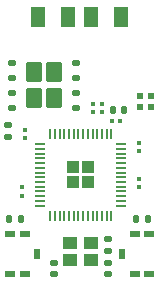
<source format=gtp>
%TF.GenerationSoftware,KiCad,Pcbnew,(6.0.5-0)*%
%TF.CreationDate,2022-06-14T21:43:59-04:00*%
%TF.ProjectId,pico_ducky_pcb,7069636f-5f64-4756-936b-795f7063622e,rev?*%
%TF.SameCoordinates,Original*%
%TF.FileFunction,Paste,Top*%
%TF.FilePolarity,Positive*%
%FSLAX46Y46*%
G04 Gerber Fmt 4.6, Leading zero omitted, Abs format (unit mm)*
G04 Created by KiCad (PCBNEW (6.0.5-0)) date 2022-06-14 21:43:59*
%MOMM*%
%LPD*%
G01*
G04 APERTURE LIST*
G04 Aperture macros list*
%AMRoundRect*
0 Rectangle with rounded corners*
0 $1 Rounding radius*
0 $2 $3 $4 $5 $6 $7 $8 $9 X,Y pos of 4 corners*
0 Add a 4 corners polygon primitive as box body*
4,1,4,$2,$3,$4,$5,$6,$7,$8,$9,$2,$3,0*
0 Add four circle primitives for the rounded corners*
1,1,$1+$1,$2,$3*
1,1,$1+$1,$4,$5*
1,1,$1+$1,$6,$7*
1,1,$1+$1,$8,$9*
0 Add four rect primitives between the rounded corners*
20,1,$1+$1,$2,$3,$4,$5,0*
20,1,$1+$1,$4,$5,$6,$7,0*
20,1,$1+$1,$6,$7,$8,$9,0*
20,1,$1+$1,$8,$9,$2,$3,0*%
G04 Aperture macros list end*
%ADD10RoundRect,0.079500X0.100500X-0.079500X0.100500X0.079500X-0.100500X0.079500X-0.100500X-0.079500X0*%
%ADD11R,0.812800X0.508000*%
%ADD12R,0.508000X0.889000*%
%ADD13R,0.500000X0.500000*%
%ADD14RoundRect,0.250000X-0.435000X-0.615000X0.435000X-0.615000X0.435000X0.615000X-0.435000X0.615000X0*%
%ADD15RoundRect,0.125000X-0.250000X-0.125000X0.250000X-0.125000X0.250000X0.125000X-0.250000X0.125000X0*%
%ADD16RoundRect,0.079500X0.079500X0.100500X-0.079500X0.100500X-0.079500X-0.100500X0.079500X-0.100500X0*%
%ADD17RoundRect,0.135000X-0.135000X-0.185000X0.135000X-0.185000X0.135000X0.185000X-0.135000X0.185000X0*%
%ADD18R,1.150000X1.000000*%
%ADD19RoundRect,0.079500X-0.100500X0.079500X-0.100500X-0.079500X0.100500X-0.079500X0.100500X0.079500X0*%
%ADD20RoundRect,0.140000X0.170000X-0.140000X0.170000X0.140000X-0.170000X0.140000X-0.170000X-0.140000X0*%
%ADD21RoundRect,0.250000X-0.292217X-0.292217X0.292217X-0.292217X0.292217X0.292217X-0.292217X0.292217X0*%
%ADD22RoundRect,0.050000X-0.387500X-0.050000X0.387500X-0.050000X0.387500X0.050000X-0.387500X0.050000X0*%
%ADD23RoundRect,0.050000X-0.050000X-0.387500X0.050000X-0.387500X0.050000X0.387500X-0.050000X0.387500X0*%
%ADD24RoundRect,0.135000X0.135000X0.185000X-0.135000X0.185000X-0.135000X-0.185000X0.135000X-0.185000X0*%
%ADD25RoundRect,0.135000X0.185000X-0.135000X0.185000X0.135000X-0.185000X0.135000X-0.185000X-0.135000X0*%
%ADD26RoundRect,0.140000X0.140000X0.170000X-0.140000X0.170000X-0.140000X-0.170000X0.140000X-0.170000X0*%
%ADD27RoundRect,0.135000X-0.185000X0.135000X-0.185000X-0.135000X0.185000X-0.135000X0.185000X0.135000X0*%
%ADD28R,1.300000X1.700000*%
G04 APERTURE END LIST*
D10*
%TO.C,C3*%
X92050000Y-56015000D03*
X92050000Y-55325000D03*
%TD*%
D11*
%TO.C,SW1*%
X81150001Y-62999998D03*
X82349999Y-66400002D03*
D12*
X83399999Y-64700000D03*
D11*
X81150001Y-66400002D03*
X82349999Y-62999998D03*
%TD*%
D13*
%TO.C,D1*%
X92150000Y-52250000D03*
X93050000Y-52250000D03*
X93050000Y-51350000D03*
X92150000Y-51350000D03*
%TD*%
D14*
%TO.C,U2*%
X83150000Y-49325000D03*
X84850000Y-49325000D03*
X84850000Y-51475000D03*
X83150000Y-51475000D03*
D15*
X81300000Y-48495000D03*
X81300000Y-49765000D03*
X81300000Y-51035000D03*
X81300000Y-52305000D03*
X86700000Y-52305000D03*
X86700000Y-51035000D03*
X86700000Y-49765000D03*
X86700000Y-48495000D03*
%TD*%
D10*
%TO.C,R7*%
X88900000Y-51955000D03*
X88900000Y-52645000D03*
%TD*%
D16*
%TO.C,C7*%
X90445000Y-53400000D03*
X89755000Y-53400000D03*
%TD*%
D17*
%TO.C,R1*%
X80990000Y-61700000D03*
X82010000Y-61700000D03*
%TD*%
D18*
%TO.C,Y1*%
X86225000Y-65200000D03*
X87975000Y-65200000D03*
X87975000Y-63800000D03*
X86225000Y-63800000D03*
%TD*%
D19*
%TO.C,C5*%
X82400000Y-54155000D03*
X82400000Y-54845000D03*
%TD*%
D10*
%TO.C,C4*%
X82150000Y-59745000D03*
X82150000Y-59055000D03*
%TD*%
D20*
%TO.C,C16*%
X89400000Y-66380000D03*
X89400000Y-65420000D03*
%TD*%
D21*
%TO.C,U3*%
X86462500Y-57362500D03*
X87737500Y-57362500D03*
X86462500Y-58637500D03*
X87737500Y-58637500D03*
D22*
X83662500Y-55400000D03*
X83662500Y-55800000D03*
X83662500Y-56200000D03*
X83662500Y-56600000D03*
X83662500Y-57000000D03*
X83662500Y-57400000D03*
X83662500Y-57800000D03*
X83662500Y-58200000D03*
X83662500Y-58600000D03*
X83662500Y-59000000D03*
X83662500Y-59400000D03*
X83662500Y-59800000D03*
X83662500Y-60200000D03*
X83662500Y-60600000D03*
D23*
X84500000Y-61437500D03*
X84900000Y-61437500D03*
X85300000Y-61437500D03*
X85700000Y-61437500D03*
X86100000Y-61437500D03*
X86500000Y-61437500D03*
X86900000Y-61437500D03*
X87300000Y-61437500D03*
X87700000Y-61437500D03*
X88100000Y-61437500D03*
X88500000Y-61437500D03*
X88900000Y-61437500D03*
X89300000Y-61437500D03*
X89700000Y-61437500D03*
D22*
X90537500Y-60600000D03*
X90537500Y-60200000D03*
X90537500Y-59800000D03*
X90537500Y-59400000D03*
X90537500Y-59000000D03*
X90537500Y-58600000D03*
X90537500Y-58200000D03*
X90537500Y-57800000D03*
X90537500Y-57400000D03*
X90537500Y-57000000D03*
X90537500Y-56600000D03*
X90537500Y-56200000D03*
X90537500Y-55800000D03*
X90537500Y-55400000D03*
D23*
X89700000Y-54562500D03*
X89300000Y-54562500D03*
X88900000Y-54562500D03*
X88500000Y-54562500D03*
X88100000Y-54562500D03*
X87700000Y-54562500D03*
X87300000Y-54562500D03*
X86900000Y-54562500D03*
X86500000Y-54562500D03*
X86100000Y-54562500D03*
X85700000Y-54562500D03*
X85300000Y-54562500D03*
X84900000Y-54562500D03*
X84500000Y-54562500D03*
%TD*%
D11*
%TO.C,SW2*%
X92849999Y-66400002D03*
X91650001Y-62999998D03*
X92849999Y-62999998D03*
D12*
X90600001Y-64700000D03*
D11*
X91650001Y-66400002D03*
%TD*%
D24*
%TO.C,R5*%
X92760000Y-61700000D03*
X91740000Y-61700000D03*
%TD*%
D25*
%TO.C,R3*%
X89400000Y-64410000D03*
X89400000Y-63390000D03*
%TD*%
D19*
%TO.C,C13*%
X92050000Y-59045000D03*
X92050000Y-58355000D03*
%TD*%
D20*
%TO.C,C12*%
X84800000Y-66380000D03*
X84800000Y-65420000D03*
%TD*%
D10*
%TO.C,R6*%
X88100000Y-51955000D03*
X88100000Y-52645000D03*
%TD*%
D26*
%TO.C,C14*%
X90780000Y-52500000D03*
X89820000Y-52500000D03*
%TD*%
D27*
%TO.C,R2*%
X80900000Y-53790000D03*
X80900000Y-54810000D03*
%TD*%
D28*
%TO.C,J1*%
X83500000Y-44595000D03*
X86000000Y-44595000D03*
X88000000Y-44595000D03*
X90500000Y-44595000D03*
%TD*%
M02*

</source>
